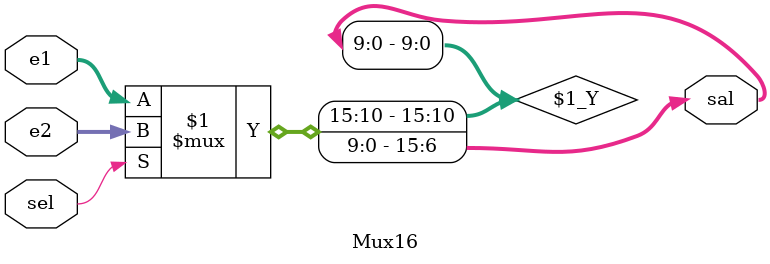
<source format=v>
module Mux16 (
    input [15:0] e1,
    input [15:0] e2,
    input sel,
    output [15:6] sal
);

assign sal = (sel)? e2:e1;

endmodule
</source>
